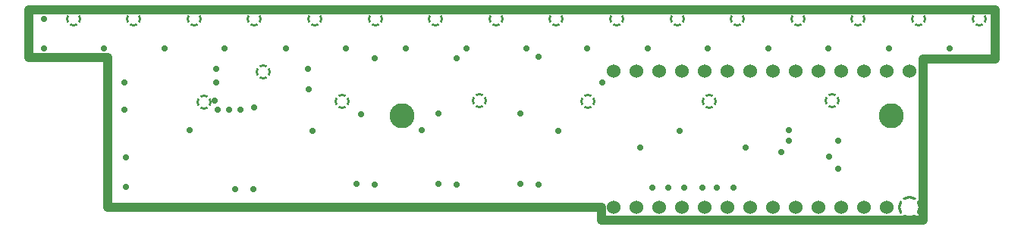
<source format=gbr>
%TF.GenerationSoftware,Altium Limited,Altium Designer,20.0.11 (256)*%
G04 Layer_Physical_Order=3*
G04 Layer_Color=128*
%FSLAX26Y26*%
%MOIN*%
%TF.FileFunction,Copper,L3,Inr,Plane*%
%TF.Part,Single*%
G01*
G75*
%TA.AperFunction,NonConductor*%
%ADD30C,0.040000*%
%TA.AperFunction,ViaPad*%
%ADD31C,0.110000*%
%TA.AperFunction,ComponentPad*%
G04:AMPARAMS|DCode=32|XSize=100mil|YSize=100mil|CornerRadius=0mil|HoleSize=0mil|Usage=FLASHONLY|Rotation=0.000|XOffset=0mil|YOffset=0mil|HoleType=Round|Shape=Relief|Width=10mil|Gap=10mil|Entries=4|*
%AMTHD32*
7,0,0,0.100000,0.080000,0.010000,45*
%
%ADD32THD32*%
%ADD33C,0.060000*%
%TA.AperFunction,ViaPad*%
%ADD34C,0.028000*%
G04:AMPARAMS|DCode=35|XSize=68mil|YSize=68mil|CornerRadius=0mil|HoleSize=0mil|Usage=FLASHONLY|Rotation=0.000|XOffset=0mil|YOffset=0mil|HoleType=Round|Shape=Relief|Width=10mil|Gap=10mil|Entries=4|*
%AMTHD35*
7,0,0,0.068000,0.048000,0.010000,45*
%
%ADD35THD35*%
D30*
X4635000Y1050000D02*
X6805000D01*
X4635000D02*
Y1710000D01*
X4290000D02*
X4635000D01*
X4290000D02*
Y1920000D01*
X8535000D01*
Y1705000D02*
Y1920000D01*
X8220000Y1705000D02*
X8535000D01*
X8220000Y995000D02*
Y1705000D01*
X6805000Y995000D02*
X8220000D01*
X6805000D02*
Y1050000D01*
D31*
X5930000Y1455000D02*
D03*
X8080000D02*
D03*
D32*
X8160000Y1050000D02*
D03*
D33*
Y1650000D02*
D03*
X8060000D02*
D03*
X7960000D02*
D03*
X7860000D02*
D03*
X7760000D02*
D03*
X7660000D02*
D03*
X7560000D02*
D03*
X7460000D02*
D03*
X7360000D02*
D03*
X7260000D02*
D03*
X7160000D02*
D03*
X7060000D02*
D03*
X6960000D02*
D03*
X6860000D02*
D03*
X8060000Y1050000D02*
D03*
X7960000D02*
D03*
X7860000D02*
D03*
X7760000D02*
D03*
X7660000D02*
D03*
X7560000D02*
D03*
X7460000D02*
D03*
X7360000D02*
D03*
X7260000D02*
D03*
X7160000D02*
D03*
X7060000D02*
D03*
X6960000D02*
D03*
X6860000D02*
D03*
D34*
X5750000Y1460000D02*
D03*
X6810000Y1600000D02*
D03*
X4995000Y1390000D02*
D03*
X5120000Y1480000D02*
D03*
X6015000Y1390000D02*
D03*
X7630000D02*
D03*
X7150000Y1388403D02*
D03*
X6615000D02*
D03*
X5535000D02*
D03*
X8335000Y1750000D02*
D03*
X5195000Y1130000D02*
D03*
X7630000Y1345000D02*
D03*
X4715000Y1140000D02*
D03*
Y1270000D02*
D03*
X4710000Y1600000D02*
D03*
Y1480000D02*
D03*
X5810000Y1706417D02*
D03*
Y1150000D02*
D03*
X6170000D02*
D03*
X6530000D02*
D03*
X6090000Y1465000D02*
D03*
X6450000D02*
D03*
X4355000Y1880000D02*
D03*
X5275000Y1130000D02*
D03*
X7595000Y1295000D02*
D03*
X7385000Y1136082D02*
D03*
X7314372D02*
D03*
X7250000D02*
D03*
X7170000D02*
D03*
X7030000D02*
D03*
X7100000D02*
D03*
X7845000Y1345000D02*
D03*
Y1220000D02*
D03*
X5151000Y1750000D02*
D03*
X4885667D02*
D03*
X4620333D02*
D03*
X4355000D02*
D03*
X5420000D02*
D03*
X5681667D02*
D03*
X5947000D02*
D03*
X6212333D02*
D03*
X6477666D02*
D03*
X6743000D02*
D03*
X7008333D02*
D03*
X7273666D02*
D03*
X7539000D02*
D03*
X7804333D02*
D03*
X8069666D02*
D03*
X5515000Y1660000D02*
D03*
X5520000Y1570000D02*
D03*
X7805000Y1275000D02*
D03*
X6975000Y1315000D02*
D03*
X7440000D02*
D03*
X6530000Y1715000D02*
D03*
X6170630Y1706417D02*
D03*
X5730630Y1153583D02*
D03*
X6090630D02*
D03*
X6450630D02*
D03*
X5170000Y1480000D02*
D03*
X5220000D02*
D03*
X5279409Y1490591D02*
D03*
X5111926Y1660591D02*
D03*
Y1600591D02*
D03*
X5105000Y1520000D02*
D03*
D35*
X5060000Y1515000D02*
D03*
X6270000Y1520000D02*
D03*
X7820000D02*
D03*
X7280000Y1518403D02*
D03*
X6745000D02*
D03*
X5665000D02*
D03*
X7403666Y1880000D02*
D03*
X7138333D02*
D03*
X6873000D02*
D03*
X6607666D02*
D03*
X6342333D02*
D03*
X6077000D02*
D03*
X5811667D02*
D03*
X5546333D02*
D03*
X5281000D02*
D03*
X5015667D02*
D03*
X4750333D02*
D03*
X4485000D02*
D03*
X8464999D02*
D03*
X7669000D02*
D03*
X7934333D02*
D03*
X8199666D02*
D03*
X5318409Y1646772D02*
D03*
%TF.MD5,40f45c0397e2fe49f49250911b43e0dd*%
M02*

</source>
